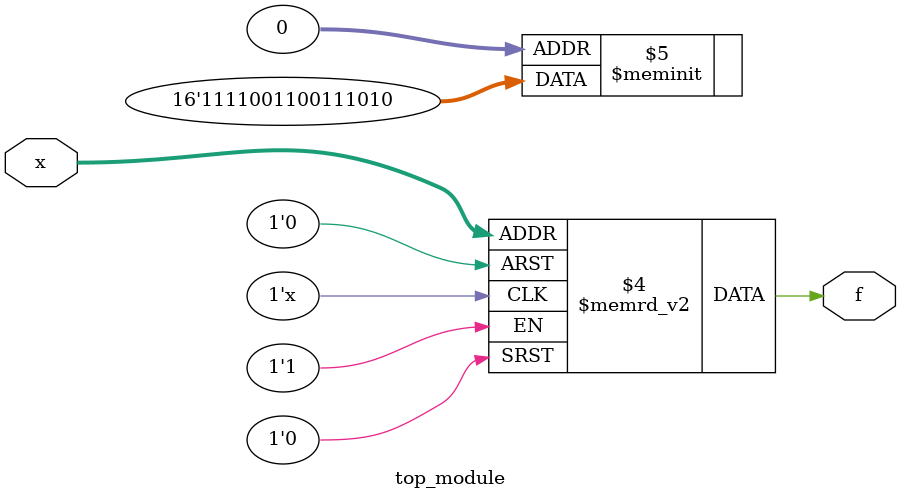
<source format=sv>
module top_module (
    input [4:1] x,
    output logic f
);

always_comb begin
    case ({x[4], x[3], x[2], x[1]})
        4'b0000, 4'b0010, 4'b0110, 4'b0111, 4'b1010, 4'b1011: f = 1'b0;
        4'b0101, 4'b1000, 4'b1001: f = 1'b1;
        default: f = 1'b1; // Assign any value for don't-care conditions
    endcase
end

endmodule

</source>
